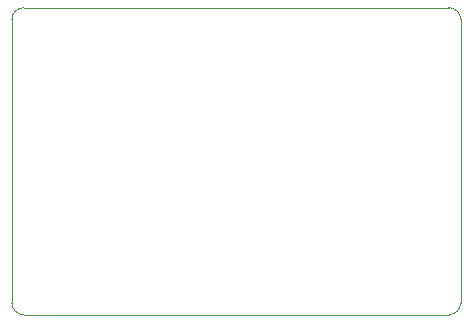
<source format=gbr>
%TF.GenerationSoftware,KiCad,Pcbnew,(5.99.0-9519-ga70106a3bd)*%
%TF.CreationDate,2021-04-17T12:17:53-04:00*%
%TF.ProjectId,hotswap-board,686f7473-7761-4702-9d62-6f6172642e6b,rev?*%
%TF.SameCoordinates,Original*%
%TF.FileFunction,Profile,NP*%
%FSLAX46Y46*%
G04 Gerber Fmt 4.6, Leading zero omitted, Abs format (unit mm)*
G04 Created by KiCad (PCBNEW (5.99.0-9519-ga70106a3bd)) date 2021-04-17 12:17:53*
%MOMM*%
%LPD*%
G01*
G04 APERTURE LIST*
%TA.AperFunction,Profile*%
%ADD10C,0.100000*%
%TD*%
G04 APERTURE END LIST*
D10*
X18000000Y-13000000D02*
G75*
G03*
X19000000Y-12000000I0J1000000D01*
G01*
X-19000000Y-12000000D02*
G75*
G03*
X-18000000Y-13000000I1000000J0D01*
G01*
X19000000Y12000000D02*
G75*
G03*
X18000000Y13000000I-1000000J0D01*
G01*
X-18000000Y13000000D02*
X18000000Y13000000D01*
X19000000Y-11000000D02*
X19000000Y-12000000D01*
X-19000000Y-12000000D02*
X-19000000Y12000000D01*
X19000000Y12000000D02*
X19000000Y-11000000D01*
X18000000Y-13000000D02*
X-18000000Y-13000000D01*
X-19000000Y12000000D02*
G75*
G02*
X-18000000Y13000000I1000000J0D01*
G01*
M02*

</source>
